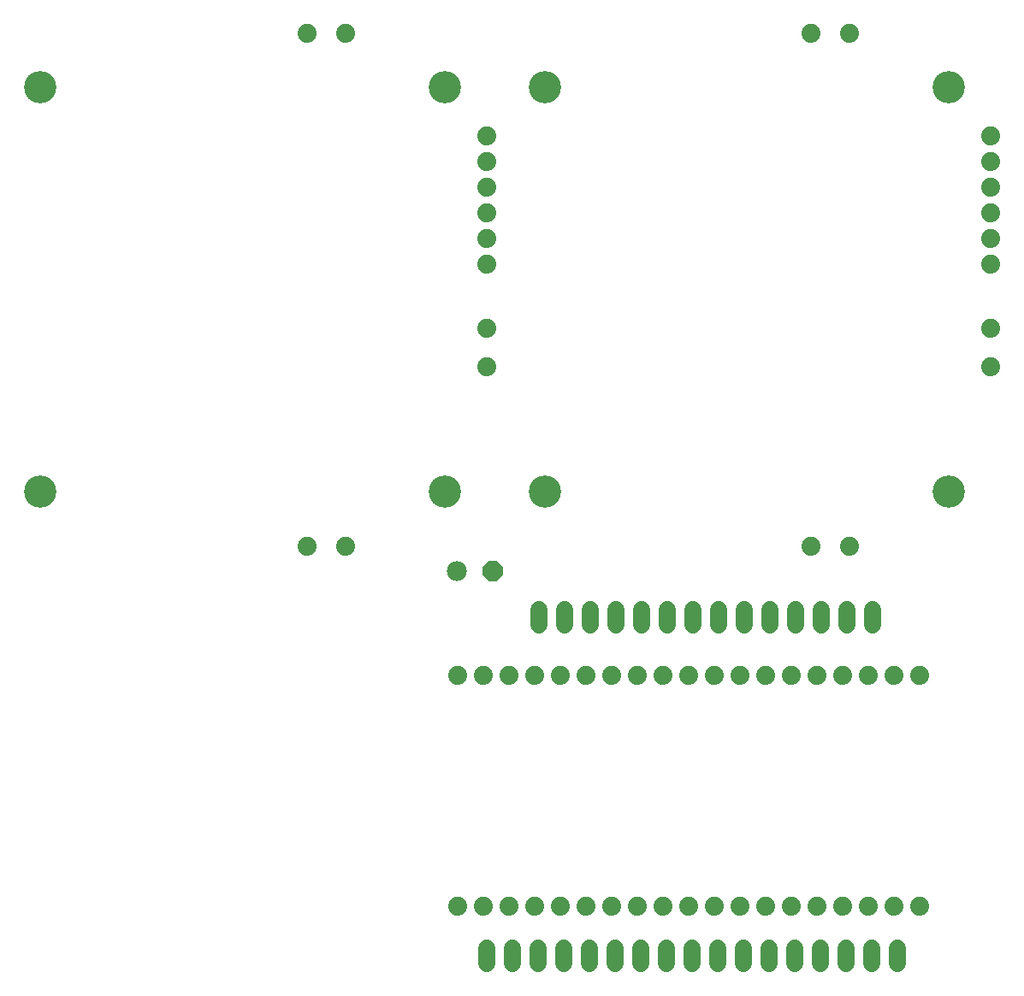
<source format=gbr>
G04 EAGLE Gerber RS-274X export*
G75*
%MOMM*%
%FSLAX34Y34*%
%LPD*%
%INSoldermask Bottom*%
%IPPOS*%
%AMOC8*
5,1,8,0,0,1.08239X$1,22.5*%
G01*
%ADD10C,1.879600*%
%ADD11P,2.144431X8X22.500000*%
%ADD12C,1.981200*%
%ADD13C,3.203200*%
%ADD14C,1.727200*%


D10*
X445000Y109000D03*
X470400Y109000D03*
X495800Y109000D03*
X521200Y109000D03*
X546600Y109000D03*
X572000Y109000D03*
X597400Y109000D03*
X622800Y109000D03*
X648200Y109000D03*
X673600Y109000D03*
X699000Y109000D03*
X724400Y109000D03*
X749800Y109000D03*
X775200Y109000D03*
X800600Y109000D03*
X826000Y109000D03*
X851400Y109000D03*
X876800Y109000D03*
X902200Y109000D03*
X902200Y337600D03*
X876800Y337600D03*
X851400Y337600D03*
X826000Y337600D03*
X800600Y337600D03*
X775200Y337600D03*
X749800Y337600D03*
X724400Y337600D03*
X699000Y337600D03*
X673600Y337600D03*
X648200Y337600D03*
X622800Y337600D03*
X597400Y337600D03*
X572000Y337600D03*
X546600Y337600D03*
X521200Y337600D03*
X495800Y337600D03*
X470400Y337600D03*
X445000Y337600D03*
D11*
X479780Y441000D03*
D12*
X444220Y441000D03*
D13*
X32000Y520000D03*
X32000Y920000D03*
X432000Y920000D03*
X432000Y520000D03*
D10*
X295500Y466000D03*
X333600Y466000D03*
X473300Y643800D03*
X473300Y681900D03*
X295500Y974000D03*
X333600Y974000D03*
X473300Y770800D03*
X473300Y796200D03*
X473300Y821600D03*
X473300Y847000D03*
X473300Y745400D03*
X473300Y872400D03*
D13*
X531000Y520000D03*
X531000Y920000D03*
X931000Y920000D03*
X931000Y520000D03*
D10*
X794500Y466000D03*
X832600Y466000D03*
X972300Y643800D03*
X972300Y681900D03*
X794500Y974000D03*
X832600Y974000D03*
X972300Y770800D03*
X972300Y796200D03*
X972300Y821600D03*
X972300Y847000D03*
X972300Y745400D03*
X972300Y872400D03*
D14*
X524900Y402620D02*
X524900Y387380D01*
X550300Y387380D02*
X550300Y402620D01*
X575700Y402620D02*
X575700Y387380D01*
X601100Y387380D02*
X601100Y402620D01*
X626500Y402620D02*
X626500Y387380D01*
X651900Y387380D02*
X651900Y402620D01*
X677300Y402620D02*
X677300Y387380D01*
X702700Y387380D02*
X702700Y402620D01*
X728100Y402620D02*
X728100Y387380D01*
X753500Y387380D02*
X753500Y402620D01*
X778900Y402620D02*
X778900Y387380D01*
X804300Y387380D02*
X804300Y402620D01*
X829700Y402620D02*
X829700Y387380D01*
X855100Y387380D02*
X855100Y402620D01*
X880200Y67620D02*
X880200Y52380D01*
X854800Y52380D02*
X854800Y67620D01*
X829400Y67620D02*
X829400Y52380D01*
X804000Y52380D02*
X804000Y67620D01*
X778600Y67620D02*
X778600Y52380D01*
X753200Y52380D02*
X753200Y67620D01*
X727800Y67620D02*
X727800Y52380D01*
X702400Y52380D02*
X702400Y67620D01*
X677000Y67620D02*
X677000Y52380D01*
X651600Y52380D02*
X651600Y67620D01*
X626200Y67620D02*
X626200Y52380D01*
X600800Y52380D02*
X600800Y67620D01*
X575400Y67620D02*
X575400Y52380D01*
X550000Y52380D02*
X550000Y67620D01*
X524600Y67620D02*
X524600Y52380D01*
X499200Y52380D02*
X499200Y67620D01*
X473800Y67620D02*
X473800Y52380D01*
M02*

</source>
